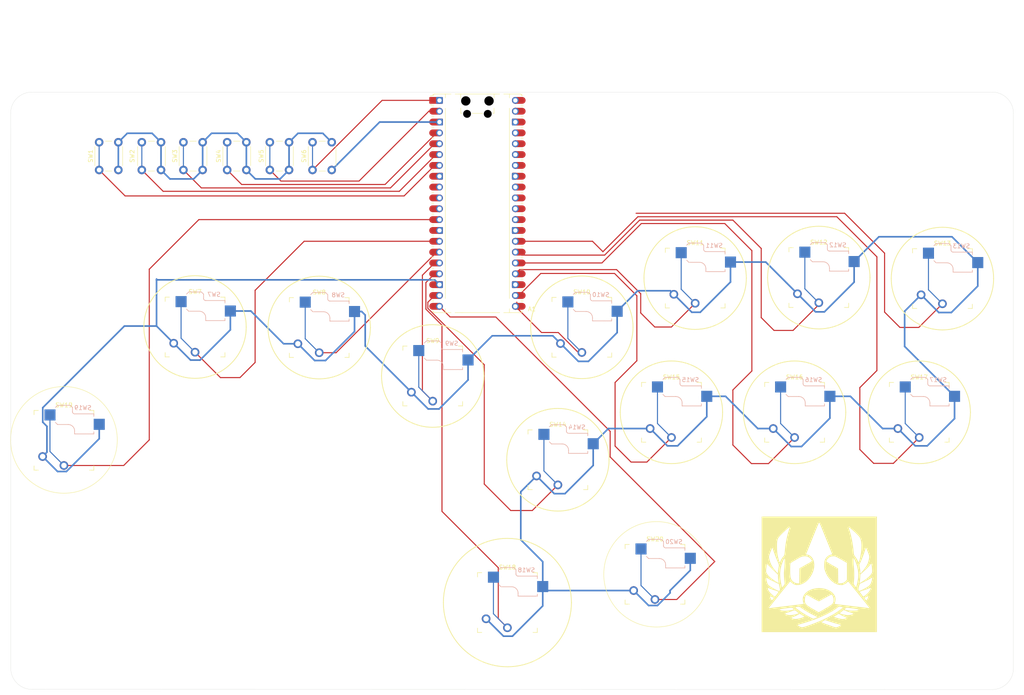
<source format=kicad_pcb>
(kicad_pcb (version 20241229) (generator "pcbnew") (generator_version "9.0")
  (layers (0 "F.Cu" signal) (2 "B.Cu" signal) (13 "F.Paste" user) (15 "B.Paste" user) (5 "F.SilkS" user "F.Silkscreen") (7 "B.SilkS" user "B.Silkscreen") (1 "F.Mask" user) (3 "B.Mask" user) (25 "Edge.Cuts" user))
  (net 0 "")
  (net 1 "GND")
  (net 2 "LEFT")
  (net 3 "DOWN")
  (net 4 "RIGHT")
  (net 5 "UP")
  (net 6 "L1")
  (net 7 "R1")
  (net 8 "TRIANGLE")
  (net 9 "SQUARE")
  (net 10 "CIRCLE")
  (net 11 "CROSS")
  (net 12 "R2")
  (net 13 "L2")
  (net 14 "OPT1")
  (net 15 "OPT2")
  (net 16 "OPT3")
  (net 17 "OPT4")
  (net 18 "OPT5")
  (net 19 "OPT6")
  (net 25 "L3")
  (net 27 "R3")
  (footprint "Kailh:Kailh_socket_PG1350_optional" (layer "F.Cu") (at 87.32 65.17)
    (property "Reference" "SW8")
    (property "Value" "SW_Push")
  )
  (footprint "Kailh:Kailh_socket_PG1350_optional" (layer "F.Cu") (at 113.92 76.52)
    (property "Reference" "SW9")
    (property "Value" "SW_Push")
  )
  (footprint "Kailh:Kailh_socket_PG1350_optional" (layer "F.Cu") (at 131.42 129.62)
    (property "Reference" "SW18")
    (property "Value" "SW_Push")
  )
  (footprint "Kailh:Kailh_socket_PG1350_optional" (layer "F.Cu") (at 148.86 65.11)
    (property "Reference" "SW10")
    (property "Value" "SW_Push")
  )
  (footprint "Kailh:Kailh_socket_PG1350_optional" (layer "F.Cu") (at 175.42 53.58)
    (property "Reference" "SW11")
    (property "Value" "SW_Push")
  )
  (footprint "Kailh:Kailh_socket_PG1350_optional" (layer "F.Cu") (at 204.39 53.46)
    (property "Reference" "SW12")
    (property "Value" "SW_Push")
  )
  (footprint "Kailh:Kailh_socket_PG1350_optional" (layer "F.Cu") (at 233.36 53.7)
    (property "Reference" "SW13")
    (property "Value" "SW_Push")
  )
  (footprint "Kailh:Kailh_socket_PG1350_optional" (layer "F.Cu") (at 143.25 96.15)
    (property "Reference" "SW14")
    (property "Value" "SW_Push")
  )
  (footprint "Kailh:Kailh_socket_PG1350_optional" (layer "F.Cu") (at 169.86 85.04)
    (property "Reference" "SW15")
    (property "Value" "SW_Push")
  )
  (footprint "Kailh:Kailh_socket_PG1350_optional" (layer "F.Cu") (at 198.71 85.04)
    (property "Reference" "SW16")
    (property "Value" "SW_Push")
  )
  (footprint "Kailh:Kailh_socket_PG1350_optional" (layer "F.Cu") (at 227.92 85.04)
    (property "Reference" "SW17")
    (property "Value" "SW_Push")
  )
  (footprint "MountingHole:MountingHole_6.4mm_M6" (layer "F.Cu") (at 22 17)
    (property "Reference" "REF**" (hide yes))
    (property "Value" "MountingHole_6.4mm_M6")
  )
  (footprint "MountingHole:MountingHole_6.4mm_M6" (layer "F.Cu") (at 23 142.5)
    (property "Reference" "REF**" (hide yes))
    (property "Value" "MountingHole_6.4mm_M6")
  )
  (footprint "MountingHole:MountingHole_6.4mm_M6" (layer "F.Cu") (at 243 143)
    (property "Reference" "REF**" (hide yes))
    (property "Value" "MountingHole_6.4mm_M6")
  )
  (footprint "MountingHole:MountingHole_6.4mm_M6" (layer "F.Cu") (at 243 17.5)
    (property "Reference" "REF**" (hide yes))
    (property "Value" "MountingHole_6.4mm_M6")
  )
  (footprint "Kailh:Kailh_socket_PG1350_optional" (layer "F.Cu") (at 58.225 65.05)
    (property "Reference" "SW7")
    (property "Value" "SW_Push")
  )
  (footprint "MountingHole:MountingHole_6.4mm_M6" (layer "F.Cu") (at 160 17.5)
    (property "Reference" "REF**" (hide yes))
    (property "Value" "MountingHole_6.4mm_M6")
  )
  (footprint "Button_Switch_THT:SW_PUSH_6mm_H5mm" (layer "F.Cu") (at 65.75 28.25 90)
    (property "Reference" "SW4")
    (property "Value" "SW_Push")
  )
  (footprint "Button_Switch_THT:SW_PUSH_6mm_H5mm" (layer "F.Cu") (at 45.75 28.25 90)
    (property "Reference" "SW2")
    (property "Value" "SW_Push")
  )
  (footprint "Button_Switch_THT:SW_PUSH_6mm_H5mm" (layer "F.Cu") (at 75.75 28.25 90)
    (property "Reference" "SW5")
    (property "Value" "SW_Push")
  )
  (footprint "Button_Switch_THT:SW_PUSH_6mm_H5mm" (layer "F.Cu") (at 35.75 28.25 90)
    (property "Reference" "SW1")
    (property "Value" "SW_Push")
  )
  (footprint "Button_Switch_THT:SW_PUSH_6mm_H5mm" (layer "F.Cu") (at 55.5 28.25 90)
    (property "Reference" "SW3")
    (property "Value" "SW_Push")
  )
  (footprint "Button_Switch_THT:SW_PUSH_6mm_H5mm" (layer "F.Cu") (at 85.75 28.25 90)
    (property "Reference" "SW6")
    (property "Value" "SW_Push")
  )
  (footprint "MountingHole:MountingHole_6.4mm_M6" (layer "F.Cu") (at 133.5 78)
    (property "Reference" "REF**" (hide yes))
    (property "Value" "MountingHole_6.4mm_M6")
  )
  (footprint "MountingHole:MountingHole_6.4mm_M6" (layer "F.Cu") (at 150 143)
    (property "Reference" "REF**" (hide yes))
    (property "Value" "MountingHole_6.4mm_M6")
  )
  (footprint "Kailh:Kailh_socket_PG1350_optional" (layer "F.Cu") (at 166 123)
    (property "Reference" "SW20")
    (property "Value" "SW_Push")
  )
  (footprint "Module:RaspberryPi_Pico_Common_Unspecified" (layer "F.Cu") (at 124.39 36.07)
    (property "Reference" "A1")
    (property "Value" "RaspberryPi_Pico")
  )
  (footprint "Flatbox-rev1_1-2025-03-25_184907:Zaibatsu" (layer "F.Cu") (at 204.5 123)
    (property "Reference" "G***" (hide yes))
    (property "Value" "LOGO" (hide yes))
  )
  (footprint "Kailh:Kailh_socket_PG1350_optional" (layer "F.Cu") (at 27.5 91.6)
    (property "Reference" "SW19")
    (property "Value" "SW_Push")
  )
  (gr_curve (pts (xy 210.706299 85.037421) (xy 210.706299 89.334334) (xy 208.420115 93.304846) (xy 204.70893 95.453303)) (stroke (width 0.2)) (layer "F.SilkS"))
  (gr_curve (pts (xy 233.918028 74.621539) (xy 237.629213 76.769996) (xy 239.915397 80.740507) (xy 239.915397 85.037421)) (stroke (width 0.2)) (layer "F.SilkS"))
  (gr_curve (pts (xy 181.852021 85.037421) (xy 181.852021 89.334334) (xy 179.565837 93.304846) (xy 175.854652 95.453303)) (stroke (width 0.2)) (layer "F.SilkS"))
  (gr_curve (pts (xy 125.917273 76.523042) (xy 125.917273 80.819955) (xy 123.631089 84.790467) (xy 119.919904 86.938924)) (stroke (width 0.2)) (layer "F.SilkS"))
  (gr_curve (pts (xy 186.716823 85.037421) (xy 186.716823 80.740507) (xy 189.003008 76.769996) (xy 192.714192 74.621539)) (stroke (width 0.2)) (layer "F.SilkS"))
  (gr_curve (pts (xy 137.252477 85.737546) (xy 140.963662 83.589088) (xy 145.53603 83.589088) (xy 149.247215 85.737546)) (stroke (width 0.2)) (layer "F.SilkS"))
  (gr_curve (pts (xy 245.355098 53.699766) (xy 245.355097 60.342218) (xy 239.98487 65.72699) (xy 233.36036 65.72699)) (stroke (width 0.2)) (layer "F.SilkS"))
  (gr_line (start 210.706299 85.037421) (end 210.706299 85.037421) (stroke (width 0.2)) (layer "F.SilkS"))
  (gr_curve (pts (xy 187.41003 53.581518) (xy 187.41003 57.878432) (xy 185.123846 61.848943) (xy 181.412661 63.9974)) (stroke (width 0.2)) (layer "F.SilkS"))
  (gr_curve (pts (xy 131.255108 96.153426) (xy 131.255108 91.856513) (xy 133.541293 87.886001) (xy 137.252477 85.737546)) (stroke (width 0.2)) (layer "F.SilkS"))
  (gr_line (start 146.420969 129.619665) (end 146.420969 129.619665) (stroke (width 0.2)) (layer "F.SilkS"))
  (gr_curve (pts (xy 163.859914 74.621539) (xy 167.571099 72.473082) (xy 172.143467 72.473082) (xy 175.854652 74.621539)) (stroke (width 0.2)) (layer "F.SilkS"))
  (gr_curve (pts (xy 93.312452 54.754648) (xy 97.023636 56.903105) (xy 99.309821 60.873617) (xy 99.309821 65.17053)) (stroke (width 0.2)) (layer "F.SilkS"))
  (gr_curve (pts (xy 175.854652 95.453303) (xy 172.143467 97.601759) (xy 167.571099 97.601759) (xy 163.859914 95.453303)) (stroke (width 0.2)) (layer "F.SilkS"))
  (gr_line (start 70.219015 65.05228) (end 70.219015 65.05228) (stroke (width 0.2)) (layer "F.SilkS"))
  (gr_curve (pts (xy 123.913745 142.649412) (xy 119.271238 139.9618) (xy 116.411337 134.994889) (xy 116.411337 129.619665)) (stroke (width 0.2)) (layer "F.SilkS"))
  (gr_curve (pts (xy 119.919904 66.10716) (xy 123.631089 68.255617) (xy 125.917273 72.226128) (xy 125.917273 76.523042)) (stroke (width 0.2)) (layer "F.SilkS"))
  (gr_curve (pts (xy 160.857791 65.114986) (xy 160.857791 69.4119) (xy 158.571607 73.382411) (xy 154.860422 75.530868)) (stroke (width 0.2)) (layer "F.SilkS"))
  (gr_curve (pts (xy 181.412661 43.165636) (xy 185.123846 45.314093) (xy 187.41003 49.284605) (xy 187.41003 53.581518)) (stroke (width 0.2)) (layer "F.SilkS"))
  (gr_curve (pts (xy 221.92329 74.621539) (xy 225.634475 72.473082) (xy 230.206843 72.473082) (xy 233.918028 74.621539)) (stroke (width 0.2)) (layer "F.SilkS"))
  (gr_curve (pts (xy 175.854652 74.621539) (xy 179.565837 76.769996) (xy 181.852021 80.740507) (xy 181.852021 85.037421)) (stroke (width 0.2)) (layer "F.SilkS"))
  (gr_curve (pts (xy 204.70893 95.453303) (xy 200.997745 97.601759) (xy 196.425377 97.601759) (xy 192.714192 95.453303)) (stroke (width 0.2)) (layer "F.SilkS"))
  (gr_curve (pts (xy 138.918561 116.589918) (xy 143.561067 119.277529) (xy 146.420969 124.244441) (xy 146.420969 129.619665)) (stroke (width 0.2)) (layer "F.SilkS"))
  (gr_curve (pts (xy 198.39046 43.047376) (xy 202.101645 40.898919) (xy 206.674013 40.898919) (xy 210.385198 43.047376)) (stroke (width 0.2)) (layer "F.SilkS"))
  (gr_curve (pts (xy 119.919904 86.938924) (xy 116.208719 89.08738) (xy 111.636351 89.08738) (xy 107.925166 86.938924)) (stroke (width 0.2)) (layer "F.SilkS"))
  (gr_curve (pts (xy 192.393091 53.463258) (xy 192.393091 49.166344) (xy 194.679275 45.195832) (xy 198.39046 43.047376)) (stroke (width 0.2)) (layer "F.SilkS"))
  (gr_curve (pts (xy 116.411337 129.619665) (xy 116.411337 124.244441) (xy 119.271238 119.277529) (xy 123.913745 116.589918)) (stroke (width 0.2)) (layer "F.SilkS"))
  (gr_curve (pts (xy 216.382567 53.463258) (xy 216.382567 57.760171) (xy 214.096383 61.730683) (xy 210.385198 63.879139)) (stroke (width 0.2)) (layer "F.SilkS"))
  (gr_curve (pts (xy 215.925921 85.037421) (xy 215.925921 80.740507) (xy 218.212105 76.769996) (xy 221.92329 74.621539)) (stroke (width 0.2)) (layer "F.SilkS"))
  (gr_curve (pts (xy 192.714192 74.621539) (xy 196.425377 72.473082) (xy 200.997745 72.473082) (xy 204.70893 74.621539)) (stroke (width 0.2)) (layer "F.SilkS"))
  (gr_curve (pts (xy 154.860422 54.699104) (xy 158.571607 56.847561) (xy 160.857791 60.818073) (xy 160.857791 65.114986)) (stroke (width 0.2)) (layer "F.SilkS"))
  (gr_curve (pts (xy 239.915397 85.037421) (xy 239.915397 89.334334) (xy 237.629213 93.304846) (xy 233.918028 95.453303)) (stroke (width 0.2)) (layer "F.SilkS"))
  (gr_line (start 216.382567 53.463258) (end 216.382567 53.463258) (stroke (width 0.2)) (layer "F.SilkS"))
  (gr_curve (pts (xy 52.226909 75.468162) (xy 48.515724 73.319705) (xy 46.22954 69.349193) (xy 46.22954 65.05228)) (stroke (width 0.2)) (layer "F.SilkS"))
  (gr_curve (pts (xy 210.385198 63.879139) (xy 206.674013 66.027596) (xy 202.101645 66.027596) (xy 198.39046 63.879139)) (stroke (width 0.2)) (layer "F.SilkS"))
  (gr_curve (pts (xy 157.862545 85.037421) (xy 157.862545 80.740507) (xy 160.148729 76.769996) (xy 163.859914 74.621539)) (stroke (width 0.2)) (layer "F.SilkS"))
  (gr_curve (pts (xy 239.357729 43.283884) (xy 243.068914 45.432341) (xy 245.355098 49.402853) (xy 245.355098 53.699766)) (stroke (width 0.2)) (layer "F.SilkS"))
  (gr_curve (pts (xy 154.860422 75.530868) (xy 151.149237 77.679325) (xy 146.576869 77.679325) (xy 142.865684 75.530868)) (stroke (width 0.2)) (layer "F.SilkS"))
  (gr_curve (pts (xy 93.312452 75.586412) (xy 89.601267 77.734869) (xy 85.028899 77.734869) (xy 81.317714 75.586412)) (stroke (width 0.2)) (layer "F.SilkS"))
  (gr_curve (pts (xy 233.918028 95.453303) (xy 230.206843 97.601759) (xy 225.634475 97.601759) (xy 221.92329 95.453303)) (stroke (width 0.2)) (layer "F.SilkS"))
  (gr_curve (pts (xy 227.362991 43.283884) (xy 231.074176 41.135427) (xy 235.646544 41.135427) (xy 239.357729 43.283884)) (stroke (width 0.2)) (layer "F.SilkS"))
  (gr_line (start 181.852021 85.037421) (end 181.852021 85.037421) (stroke (width 0.2)) (layer "F.SilkS"))
  (gr_line (start 239.915397 85.037421) (end 239.915397 85.037421) (stroke (width 0.2)) (layer "F.SilkS"))
  (gr_curve (pts (xy 210.385198 43.047376) (xy 214.096383 45.195832) (xy 216.382567 49.166344) (xy 216.382567 53.463258)) (stroke (width 0.2)) (layer "F.SilkS"))
  (gr_curve (pts (xy 138.918561 142.649412) (xy 134.276055 145.337024) (xy 128.556251 145.337024) (xy 123.913745 142.649412)) (stroke (width 0.2)) (layer "F.SilkS"))
  (gr_curve (pts (xy 52.226909 54.636398) (xy 55.938093 52.487941) (xy 60.510462 52.487941) (xy 64.221646 54.636398)) (stroke (width 0.2)) (layer "F.SilkS"))
  (gr_curve (pts (xy 81.317714 54.754648) (xy 85.028899 52.606192) (xy 89.601267 52.606192) (xy 93.312452 54.754648)) (stroke (width 0.2)) (layer "F.SilkS"))
  (gr_line (start 99.309821 65.17053) (end 99.309821 65.17053) (stroke (width 0.2)) (layer "F.SilkS"))
  (gr_curve (pts (xy 204.70893 74.621539) (xy 208.420115 76.769996) (xy 210.706299 80.740507) (xy 210.706299 85.037421)) (stroke (width 0.2)) (layer "F.SilkS"))
  (gr_curve (pts (xy 155.244584 96.153426) (xy 155.244584 100.45034) (xy 152.9584 104.420852) (xy 149.247215 106.569308)) (stroke (width 0.2)) (layer "F.SilkS"))
  (gr_curve (pts (xy 169.417923 43.165636) (xy 173.129108 41.01718) (xy 177.701476 41.01718) (xy 181.412661 43.165636)) (stroke (width 0.2)) (layer "F.SilkS"))
  (gr_line (start 245.355098 53.699766) (end 245.355098 53.699766) (stroke (width 0.2)) (layer "F.SilkS"))
  (gr_line (start 160.857791 65.114986) (end 160.857791 65.114986) (stroke (width 0.2)) (layer "F.SilkS"))
  (gr_curve (pts (xy 233.36036 65.72699) (xy 226.73585 65.72699) (xy 221.365623 60.342218) (xy 221.365622 53.699766)) (stroke (width 0.2)) (layer "F.SilkS"))
  (gr_curve (pts (xy 101.927798 76.523042) (xy 101.927798 72.226128) (xy 104.213982 68.255617) (xy 107.925166 66.10716)) (stroke (width 0.2)) (layer "F.SilkS"))
  (gr_line (start 187.41003 53.581518) (end 187.41003 53.581518) (stroke (width 0.2)) (layer "F.SilkS"))
  (gr_curve (pts (xy 163.420555 53.581518) (xy 163.420555 49.284605) (xy 165.706739 45.314093) (xy 169.417923 43.165636)) (stroke (width 0.2)) (layer "F.SilkS"))
  (gr_line (start 155.244584 96.153426) (end 155.244584 96.153426) (stroke (width 0.2)) (layer "F.SilkS"))
  (gr_curve (pts (xy 169.417923 63.9974) (xy 165.706739 61.848943) (xy 163.420555 57.878432) (xy 163.420555 53.581518)) (stroke (width 0.2)) (layer "F.SilkS"))
  (gr_curve (pts (xy 221.92329 95.453303) (xy 218.212105 93.304846) (xy 215.925921 89.334334) (xy 215.925921 85.037421)) (stroke (width 0.2)) (layer "F.SilkS"))
  (gr_line (start 125.917273 76.523042) (end 125.917273 76.523042) (stroke (width 0.2)) (layer "F.SilkS"))
  (gr_curve (pts (xy 142.865684 54.699104) (xy 146.576869 52.550648) (xy 151.149237 52.550648) (xy 154.860422 54.699104)) (stroke (width 0.2)) (layer "F.SilkS"))
  (gr_circle (center 166.349089 123) (end 170.849089 134.5) (stroke (width 0.12)) (fill no) (layer "F.SilkS"))
  (gr_curve (pts (xy 137.252477 106.569308) (xy 133.541293 104.420852) (xy 131.255108 100.45034) (xy 131.255108 96.153426)) (stroke (width 0.2)) (layer "F.SilkS"))
  (gr_curve (pts (xy 149.247215 85.737546) (xy 152.9584 87.886001) (xy 155.244584 91.856513) (xy 155.244584 96.153426)) (stroke (width 0.2)) (layer "F.SilkS"))
  (gr_curve (pts (xy 149.247215 106.569308) (xy 145.53603 108.717765) (xy 140.963662 108.717765) (xy 137.252477 106.569308)) (stroke (width 0.2)) (layer "F.SilkS"))
  (gr_curve (pts (xy 107.925166 66.10716) (xy 111.636351 63.958703) (xy 116.208719 63.958703) (xy 119.919904 66.10716)) (stroke (width 0.2)) (layer "F.SilkS"))
  (gr_curve (pts (xy 81.317714 75.586412) (xy 77.606529 73.437955) (xy 75.320345 69.467444) (xy 75.320345 65.17053)) (stroke (width 0.2)) (layer "F.SilkS"))
  (gr_curve (pts (xy 99.309821 65.17053) (xy 99.309821 69.467444) (xy 97.023636 73.437955) (xy 93.312452 75.586412)) (stroke (width 0.2)) (layer "F.SilkS"))
  (gr_circle (center 27.5 91.5) (end 35 101.5) (stroke (width 0.12)) (fill no) (layer "F.SilkS"))
  (gr_curve (pts (xy 181.412661 63.9974) (xy 177.701476 66.145857) (xy 173.129108 66.145857) (xy 169.417923 63.9974)) (stroke (width 0.2)) (layer "F.SilkS"))
  (gr_curve (pts (xy 123.913745 116.589918) (xy 128.556251 113.902306) (xy 134.276055 113.902306) (xy 138.918561 116.589918)) (stroke (width 0.2)) (layer "F.SilkS"))
  (gr_curve (pts (xy 142.865684 75.530868) (xy 139.154499 73.382411) (xy 136.868315 69.4119) (xy 136.868315 65.114986)) (stroke (width 0.2)) (layer "F.SilkS"))
  (gr_curve (pts (xy 198.39046 63.879139) (xy 194.679275 61.730683) (xy 192.393091 57.760171) (xy 192.393091 53.463258)) (stroke (width 0.2)) (layer "F.SilkS"))
  (gr_curve (pts (xy 75.320345 65.17053) (xy 75.320345 60.873617) (xy 77.606529 56.903105) (xy 81.317714 54.754648)) (stroke (width 0.2)) (layer "F.SilkS"))
  (gr_curve (pts (xy 46.22954 65.05228) (xy 46.22954 60.755367) (xy 48.515724 56.784855) (xy 52.226909 54.636398)) (stroke (width 0.2)) (layer "F.SilkS"))
  (gr_curve (pts (xy 192.714192 95.453303) (xy 189.003008 93.304846) (xy 186.716823 89.334334) (xy 186.716823 85.037421)) (stroke (width 0.2)) (layer "F.SilkS"))
  (gr_curve (pts (xy 107.925166 86.938924) (xy 104.213982 84.790467) (xy 101.927798 80.819955) (xy 101.927798 76.523042)) (stroke (width 0.2)) (layer "F.SilkS"))
  (gr_curve (pts (xy 163.859914 95.453303) (xy 160.148729 93.304846) (xy 157.862545 89.334334) (xy 157.862545 85.037421)) (stroke (width 0.2)) (layer "F.SilkS"))
  (gr_curve (pts (xy 64.221646 54.636398) (xy 67.932831 56.784855) (xy 70.219015 60.755367) (xy 70.219015 65.05228)) (stroke (width 0.2)) (layer "F.SilkS"))
  (gr_curve (pts (xy 221.365622 53.699766) (xy 221.365622 49.402853) (xy 223.651806 45.432341) (xy 227.362991 43.283884)) (stroke (width 0.2)) (layer "F.SilkS"))
  (gr_curve (pts (xy 70.219015 65.05228) (xy 70.219015 69.349193) (xy 67.932831 73.319705) (xy 64.221646 75.468162)) (stroke (width 0.2)) (layer "F.SilkS"))
  (gr_curve (pts (xy 64.221646 75.468162) (xy 60.510462 77.616619) (xy 55.938093 77.616619) (xy 52.226909 75.468162)) (stroke (width 0.2)) (layer "F.SilkS"))
  (gr_curve (pts (xy 136.868315 65.114986) (xy 136.868315 60.818073) (xy 139.154499 56.847561) (xy 142.865684 54.699104)) (stroke (width 0.2)) (layer "F.SilkS"))
  (gr_curve (pts (xy 146.420969 129.619665) (xy 146.420969 134.994889) (xy 143.561067 139.9618) (xy 138.918561 142.649412)) (stroke (width 0.2)) (layer "F.SilkS"))
  (gr_line (start 250 15) (end 250 145) (stroke (width 0.05)) (layer "Edge.Cuts"))
  (gr_line (start 20.035534 149.964466) (end 245 150) (stroke (width 0.05)) (layer "Edge.Cuts"))
  (gr_line (start 15.035534 144.96447) (end 15 15) (stroke (width 0.05)) (layer "Edge.Cuts"))
  (gr_arc (start 15 15) (mid 16.464466 11.464466) (end 20 10) (stroke (width 0.05)) (layer "Edge.Cuts"))
  (gr_line (start 245 10) (end 20 10) (stroke (width 0.05)) (layer "Edge.Cuts"))
  (gr_arc (start 20.035534 149.964466) (mid 16.5 148.5) (end 15.035534 144.964466) (stroke (width 0.05)) (layer "Edge.Cuts"))
  (gr_arc (start 245 10) (mid 248.535534 11.464466) (end 250 15) (stroke (width 0.05)) (layer "Edge.Cuts"))
  (gr_arc (start 250 145) (mid 248.535534 148.535534) (end 245 150) (stroke (width 0.05)) (layer "Edge.Cuts"))
  (segment (start 218.475 43.9) (end 235.585 43.9) (width 0.381) (layer "B.Cu") (net 1))
  (segment (start 62.1 19.65) (end 60 21.75) (width 0.381) (layer "B.Cu") (net 1))
  (segment (start 35.775 91.215506) (end 28.083006 98.9075) (width 0.381) (layer "B.Cu") (net 1))
  (segment (start 78.97 68.97) (end 82.32 68.97) (width 0.381) (layer "B.Cu") (net 1))
  (segment (start 59.4 72.8) (end 66.5 65.7) (width 0.381) (layer "B.Cu") (net 1))
  (segment (start 196.831401 54.701401) (end 199.39 57.26) (width 0.381) (layer "B.Cu") (net 1))
  (segment (start 174.275 122.05273) (end 169.52773 126.8) (width 0.381) (layer "B.Cu") (net 1))
  (segment (start 205.7 61.5) (end 212.665 54.535) (width 0.381) (layer "B.Cu") (net 1))
  (segment (start 200.35 93.05) (end 206.985 86.415) (width 0.381) (layer "B.Cu") (net 1))
  (segment (start 115.4 84.25) (end 122.195 77.455) (width 0.381) (layer "B.Cu") (net 1))
  (segment (start 22.5 95.4) (end 23.515999 94.384001) (width 0.381) (layer "B.Cu") (net 1))
  (segment (start 235.585 43.9) (end 241.635 49.95) (width 0.381) (layer "B.Cu") (net 1))
  (segment (start 164.86 88.84) (end 168.92 92.9) (width 0.381) (layer "B.Cu") (net 1))
  (segment (start 22.5335 83.9585) (end 41.667 64.825) (width 0.381) (layer "B.Cu") (net 1))
  (segment (start 49.2 54) (end 114.38 54) (width 0.381) (layer "B.Cu") (net 1))
  (segment (start 90.25 28.25) (end 101.48 17.02) (width 0.381) (layer "B.Cu") (net 1))
  (segment (start 219.34 88.84) (end 211.79 81.29) (width 0.381) (layer "B.Cu") (net 1))
  (segment (start 183.695 49.83) (end 191.96 49.83) (width 0.381) (layer "B.Cu") (net 1))
  (segment (start 82.35 19.65) (end 88.15 19.65) (width 0.381) (layer "B.Cu") (net 1))
  (segment (start 193.71 88.84) (end 197.92 93.05) (width 0.381) (layer "B.Cu") (net 1))
  (segment (start 191.96 49.83) (end 196.831401 54.701401) (width 0.381) (layer "B.Cu") (net 1))
  (segment (start 48.15 19.65) (end 42.35 19.65) (width 0.381) (layer "B.Cu") (net 1))
  (segment (start 71.3 61.3) (end 78.97 68.97) (width 0.381) (layer "B.Cu") (net 1))
  (segment (start 157.135 66.365) (end 157.135 61.36) (width 0.381) (layer "B.Cu") (net 1))
  (segment (start 236.195 86.505) (end 236.195 81.29) (width 0.381) (layer "B.Cu") (net 1))
  (segment (start 80.25 28.25) (end 78.15 30.35) (width 0.381) (layer "B.Cu") (net 1))
  (segment (start 199.39 57.26) (end 203.63 61.5) (width 0.381) (layer "B.Cu") (net 1))
  (segment (start 222.92 88.84) (end 219.34 88.84) (width 0.381) (layer "B.Cu") (net 1))
  (segment (start 49.2 53.8) (end 49.2 54) (width 0.381) (layer "B.Cu") (net 1))
  (segment (start 68.15 19.65) (end 62.1 19.65) (width 0.381) (layer "B.Cu") (net 1))
  (segment (start 142.05 67.1) (end 143.86 68.91) (width 0.381) (layer "B.Cu") (net 1))
  (segment (start 144.9 104.1) (end 151.525 97.475) (width 0.381) (layer "B.Cu") (net 1))
  (segment (start 122.195 72.77) (end 127.865 67.1) (width 0.381) (layer "B.Cu") (net 1))
  (segment (start 78.15 30.35) (end 72.35 30.35) (width 0.381) (layer "B.Cu") (net 1))
  (segment (start 130.5 137.5) (end 132.6 137.5) (width 0.381) (layer "B.Cu") (net 1))
  (segment (start 174.275 119.25) (end 174.275 122.05273) (width 0.381) (layer "B.Cu") (net 1))
  (segment (start 157.135 61.36) (end 161.945 56.55) (width 0.381) (layer "B.Cu") (net 1))
  (segment (start 57.175 72.8) (end 59.4 72.8) (width 0.381) (layer "B.Cu") (net 1))
  (segment (start 169.52773 127.362776) (end 166.583006 130.3075) (width 0.381) (layer "B.Cu") (net 1))
  (segment (start 148.05 73.1) (end 150.4 73.1) (width 0.381) (layer "B.Cu") (net 1))
  (segment (start 166.583006 130.3075) (end 164.5075 130.3075) (width 0.381) (layer "B.Cu") (net 1))
  (segment (start 132.6 137.5) (end 139.695 130.405) (width 0.381) (layer "B.Cu") (net 1))
  (segment (start 235.45 61.65) (end 241.635 55.465) (width 0.381) (layer "B.Cu") (net 1))
  (segment (start 169.59 56.55) (end 170.42 57.38) (width 0.381) (layer "B.Cu") (net 1))
  (segment (start 224.5 61.36) (end 224.5 69.595) (width 0.381) (layer "B.Cu") (net 1))
  (segment (start 49.2 64.825) (end 53.225 68.85) (width 0.381) (layer "B.Cu") (net 1))
  (segment (start 23.515999 94.384001) (end 23.515999 88.323999) (width 0.381) (layer "B.Cu") (net 1))
  (segment (start 98.1 69.5) (end 108.92 80.32) (width 0.381) (layer "B.Cu") (net 1))
  (segment (start 53.225 68.85) (end 57.175 72.8) (width 0.381) (layer "B.Cu") (net 1))
  (segment (start 23.515999 88.323999) (end 22.5335 87.3415) (width 0.381) (layer "B.Cu") (net 1))
  (segment (start 182.54 81.29) (end 178.135 81.29) (width 0.381) (layer "B.Cu") (net 1))
  (segment (start 155.085 88.84) (end 151.525 92.4) (width 0.381) (layer "B.Cu") (net 1))
  (segment (start 95.595 66.105) (end 95.595 61.42) (width 0.381) (layer "B.Cu") (net 1))
  (segment (start 138.25 99.95) (end 134.55 103.65) (width 0.381) (layer "B.Cu") (net 1))
  (segment (start 42.35 19.65) (end 40.25 21.75) (width 0.381) (layer "B.Cu") (net 1))
  (segment (start 197.92 93.05) (end 200.35 93.05) (width 0.381) (layer "B.Cu") (net 1))
  (segment (start 134.55 103.65) (end 134.55 114.9) (width 0.381) (layer "B.Cu") (net 1))
  (segment (start 151.525 97.475) (end 151.525 92.4) (width 0.381) (layer "B.Cu") (net 1))
  (segment (start 50.25 21.75) (end 48.15 19.65) (width 0.381) (layer "B.Cu") (net 1))
  (segment (start 228.36 57.5) (end 224.5 61.36) (width 0.381) (layer "B.Cu") (net 1))
  (segment (start 101.48 17.02) (end 115.5 17.02) (width 0.381) (layer "B.Cu") (net 1))
  (segment (start 161 126.8) (end 140.625 126.8) (width 0.381) (layer "B.Cu") (net 1))
  (segment (start 178.135 86.065) (end 178.135 81.29) (width 0.381) (layer "B.Cu") (net 1))
  (segment (start 170.42 57.38) (end 174.64 61.6) (width 0.381) (layer "B.Cu") (net 1))
  (segment (start 164.5075 130.3075) (end 161 126.8) (width 0.381) (layer "B.Cu") (net 1))
  (segment (start 127.865 67.1) (end 142.05 67.1) (width 0.381) (layer "B.Cu") (net 1))
  (segment (start 134.55 114.9) (end 139.695 120.045) (width 0.381) (layer "B.Cu") (net 1))
  (segment (start 241.635 55.465) (end 241.635 49.95) (width 0.381) (layer "B.Cu") (net 1))
  (segment (start 176.6 61.6) (end 183.695 54.505) (width 0.381) (layer "B.Cu") (net 1))
  (segment (start 41.667 64.825) (end 49.2 64.825) (width 0.381) (layer "B.Cu") (net 1))
  (segment (start 150.4 73.1) (end 157.135 66.365) (width 0.381) (layer "B.Cu") (net 1))
  (segment (start 139.695 120.045) (end 139.695 125.87) (width 0.381) (layer "B.Cu") (net 1))
  (segment (start 206.985 86.415) (end 206.985 81.29) (width 0.381) (layer "B.Cu") (net 1))
  (segment (start 232.51 61.65) (end 235.45 61.65) (width 0.381) (layer "B.Cu") (net 1))
  (segment (start 26.0075 98.9075) (end 22.5 95.4) (width 0.381) (layer "B.Cu") (net 1))
  (segment (start 161.945 56.55) (end 169.59 56.55) (width 0.381) (layer "B.Cu") (net 1))
  (segment (start 72.35 30.35) (end 70.25 28.25) (width 0.381) (layer "B.Cu") (net 1))
  (segment (start 183.695 54.505) (end 183.695 49.83) (width 0.381) (layer "B.Cu") (net 1))
  (segment (start 169.52773 126.8) (end 169.52773 127.362776) (width 0.381) (layer "B.Cu") (net 1))
  (segment (start 126.42 133.42) (end 130.5 137.5) (width 0.381) (layer "B.Cu") (net 1))
  (segment (start 108.92 80.32) (end 112.85 84.25) (width 0.381) (layer "B.Cu") (net 1))
  (segment (start 57.9 30.35) (end 60 28.25) (width 0.381) (layer "B.Cu") (net 1))
  (segment (start 88.8 72.9) (end 95.595 66.105) (width 0.381) (layer "B.Cu") (net 1))
  (segment (start 203.63 61.5) (end 205.7 61.5) (width 0.381) (layer "B.Cu") (net 1))
  (segment (start 86.25 72.9) (end 88.8 72.9) (width 0.381) (layer "B.Cu") (net 1))
  (segment (start 164.86 88.84) (end 155.085 88.84) (width 0.381) (layer "B.Cu") (net 1))
  (segment (start 60 21.75) (end 60 28.25) (width 0.381) (layer "B.Cu") (net 1))
  (segment (start 212.665 49.71) (end 218.475 43.9) (width 0.381) (layer "B.Cu") (net 1))
  (segment (start 112.85 84.25) (end 115.4 84.25) (width 0.381) (layer "B.Cu") (net 1))
  (segment (start 114.38 54) (end 115.5 55.12) (width 0.381) (layer "B.Cu") (net 1))
  (segment (start 82.35 19.65) (end 80.25 21.75) (width 0.381) (layer "B.Cu") (net 1))
  (segment (start 138.25 99.95) (end 142.4 104.1) (width 0.381) (layer "B.Cu") (net 1))
  (segment (start 28.083006 98.9075) (end 26.0075 98.9075) (width 0.381) (layer "B.Cu") (net 1))
  (segment (start 174.64 61.6) (end 176.6 61.6) (width 0.381) (layer "B.Cu") (net 1))
  (segment (start 190.09 88.84) (end 182.54 81.29) (width 0.381) (layer "B.Cu") (net 1))
  (segment (start 50.25 28.25) (end 52.35 30.35) (width 0.381) (layer "B.Cu") (net 1))
  (segment (start 222.92 88.84) (end 226.98 92.9) (width 0.381) (layer "B.Cu") (net 1))
  (segment (start 142.4 104.1) (end 144.9 104.1) (width 0.381) (layer "B.Cu") (net 1))
  (segment (start 229.8 92.9) (end 236.195 86.505) (width 0.381) (layer "B.Cu") (net 1))
  (segment (start 228.36 57.5) (end 232.51 61.65) (width 0.381) (layer "B.Cu") (net 1))
  (segment (start 171.3 92.9) (end 178.135 86.065) (width 0.381) (layer "B.Cu") (net 1))
  (segment (start 97.27 61.42) (end 98.1 62.25) (width 0.381) (layer "B.Cu") (net 1))
  (segment (start 88.15 19.65) (end 90.25 21.75) (width 0.381) (layer "B.Cu") (net 1))
  (segment (start 70.25 21.75) (end 68.15 19.65) (width 0.381) (layer "B.Cu") (net 1))
  (segment (start 22.5335 87.3415) (end 22.5335 83.9585) (width 0.381) (layer "B.Cu") (net 1))
  (segment (start 193.71 88.84) (end 190.09 88.84) (width 0.381) (layer "B.Cu") (net 1))
  (segment (start 168.92 92.9) (end 171.3 92.9) (width 0.381) (layer "B.Cu") (net 1))
  (segment (start 212.665 54.535) (end 212.665 49.71) (width 0.381) (layer "B.Cu") (net 1))
  (segment (start 35.775 87.85) (end 35.775 91.215506) (width 0.381) (layer "B.Cu") (net 1))
  (segment (start 66.5 65.7) (end 66.5 61.3) (width 0.381) (layer "B.Cu") (net 1))
  (segment (start 139.695 130.405) (end 139.695 125.87) (width 0.381) (layer "B.Cu") (net 1))
  (segment (start 122.195 77.455) (end 122.195 72.77) (width 0.381) (layer "B.Cu") (net 1))
  (segment (start 82.32 68.97) (end 86.25 72.9) (width 0.381) (layer "B.Cu") (net 1))
  (segment (start 226.98 92.9) (end 229.8 92.9) (width 0.381) (layer "B.Cu") (net 1))
  (segment (start 50.25 21.75) (end 50.25 28.25) (width 0.381) (layer "B.Cu") (net 1))
  (segment (start 70.25 21.75) (end 70.25 28.25) (width 0.381) (layer "B.Cu") (net 1))
  (segment (start 95.595 61.42) (end 97.27 61.42) (width 0.381) (layer "B.Cu") (net 1))
  (segment (start 211.79 81.29) (end 206.985 81.29) (width 0.381) (layer "B.Cu") (net 1))
  (segment (start 66.5 61.3) (end 71.3 61.3) (width 0.381) (layer "B.Cu") (net 1))
  (segment (start 80.25 21.75) (end 80.25 28.25) (width 0.381) (layer "B.Cu") (net 1))
  (segment (start 140.625 126.8) (end 139.695 125.87) (width 0.381) (layer "B.Cu") (net 1))
  (segment (start 98.1 62.25) (end 98.1 69.5) (width 0.381) (layer "B.Cu") (net 1))
  (segment (start 49.2 54) (end 49.2 64.825) (width 0.381) (layer "B.Cu") (net 1))
  (segment (start 224.5 69.595) (end 236.195 81.29) (width 0.381) (layer "B.Cu") (net 1))
  (segment (start 143.86 68.91) (end 148.05 73.1) (width 0.381) (layer "B.Cu") (net 1))
  (segment (start 40.25 21.75) (end 40.25 28.25) (width 0.381) (layer "B.Cu") (net 1))
  (segment (start 52.35 30.35) (end 57.9 30.35) (width 0.381) (layer "B.Cu") (net 1))
  (segment (start 68.75 76.9) (end 72.3 73.35) (width 0.254) (layer "F.Cu") (net 2))
  (segment (start 72.3 56.45) (end 83.79 44.96) (width 0.254) (layer "F.Cu") (net 2))
  (segment (start 64.175 76.9) (end 68.75 76.9) (width 0.254) (layer "F.Cu") (net 2))
  (segment (start 83.79 44.96) (end 115.5 44.96) (width 0.254) (layer "F.Cu") (net 2))
  (segment (start 58.225 70.95) (end 64.175 76.9) (width 0.254) (layer "F.Cu") (net 2))
  (segment (start 72.3 73.35) (end 72.3 56.45) (width 0.254) (layer "F.Cu") (net 2))
  (segment (start 54.95 67.675) (end 58.225 70.95) (width 0.254) (layer "B.Cu") (net 2))
  (segment (start 54.95 59.1) (end 54.95 67.675) (width 0.254) (layer "B.Cu") (net 2))
  (segment (start 114.844766 47.5) (end 115.5 47.5) (width 0.254) (layer "F.Cu") (net 3))
  (segment (start 91.274766 71.07) (end 114.844766 47.5) (width 0.254) (layer "F.Cu") (net 3))
  (segment (start 87.32 71.07) (end 91.274766 71.07) (width 0.254) (layer "F.Cu") (net 3))
  (segment (start 84.045 67.795) (end 87.32 71.07) (width 0.254) (layer "B.Cu") (net 3))
  (segment (start 84.045 59.22) (end 84.045 67.795) (width 0.254) (layer "B.Cu") (net 3))
  (segment (start 111.5 80) (end 111.5 52.90863) (width 0.254) (layer "F.Cu") (net 4))
  (segment (start 111.5 52.90863) (end 114.36863 50.04) (width 0.254) (layer "F.Cu") (net 4))
  (segment (start 114.36863 50.04) (end 115.5 50.04) (width 0.254) (layer "F.Cu") (net 4))
  (segment (start 113.92 82.42) (end 111.5 80) (width 0.254) (layer "F.Cu") (net 4))
  (segment (start 110.645 70.57) (end 110.645 79.145) (width 0.254) (layer "B.Cu") (net 4))
  (segment (start 110.645 79.145) (end 113.92 82.42) (width 0.254) (layer "B.Cu") (net 4))
  (segment (start 129.28304 133.38304) (end 129.28304 121.450427) (width 0.254) (layer "F.Cu") (net 5))
  (segment (start 114.36863 52.58) (end 115.5 52.58) (width 0.254) (layer "F.Cu") (net 5))
  (segment (start 116.087181 108.254568) (end 116.087181 64.625883) (width 0.254) (layer "F.Cu") (net 5))
  (segment (start 131.42 135.52) (end 129.28304 133.38304) (width 0.254) (layer "F.Cu") (net 5))
  (segment (start 112.317 54.63163) (end 114.36863 52.58) (width 0.254) (layer "F.Cu") (net 5))
  (segment (start 116.087181 64.625883) (end 112.317 60.855701) (width 0.254) (layer "F.Cu") (net 5))
  (segment (start 129.28304 121.450427) (end 116.087181 108.254568) (width 0.254) (layer "F.Cu") (net 5))
  (segment (start 112.317 60.855701) (end 112.317 54.63163) (width 0.254) (layer "F.Cu") (net 5))
  (segment (start 128.145 132.245) (end 131.42 135.52) (width 0.254) (layer "B.Cu") (net 5))
  (segment (start 128.145 123.67) (end 128.145 132.245) (width 0.254) (layer "B.Cu") (net 5))
  (segment (start 210.45 38.4) (end 219.8 47.75) (width 0.254) (layer "F.Cu") (net 6))
  (segment (start 227.81 65.15) (end 233.36 59.6) (width 0.254) (layer "F.Cu") (net 6))
  (segment (start 219.8 61.55) (end 223.4 65.15) (width 0.254) (layer "F.Cu") (net 6))
  (segment (start 219.8 47.75) (end 219.8 61.55) (width 0.254) (layer "F.Cu") (net 6))
  (segment (start 223.4 65.15) (end 227.81 65.15) (width 0.254) (layer "F.Cu") (net 6))
  (segment (start 161.575 38.4) (end 210.45 38.4) (width 0.254) (layer "F.Cu") (net 6))
  (segment (start 230.085 56.325) (end 233.36 59.6) (width 0.254) (layer "B.Cu") (net 6))
  (segment (start 230.085 47.75) (end 230.085 56.325) (width 0.254) (layer "B.Cu") (net 6))
  (segment (start 134.08 47.5) (end 134.78 48.2) (width 0.254) (layer "F.Cu") (net 7))
  (segment (start 190.9 46.65) (end 190.9 62.85) (width 0.254) (layer "F.Cu") (net 7))
  (segment (start 204.39 59.81) (end 204.39 59.36) (width 0.254) (layer "F.Cu") (net 7))
  (segment (start 154.2 48.2) (end 162.4 40) (width 0.254) (layer "F.Cu") (net 7))
  (segment (start 198.35 65.85) (end 204.39 59.81) (width 0.254) (layer "F.Cu") (net 7))
  (segment (start 184.25 40) (end 190.9 46.65) (width 0.254) (layer "F.Cu") (net 7))
  (segment (start 193.9 65.85) (end 198.35 65.85) (width 0.254) (layer "F.Cu") (net 7))
  (segment (start 162.4 40) (end 184.25 40) (width 0.254) (layer "F.Cu") (net 7))
  (segment (start 134.78 48.2) (end 154.2 48.2) (width 0.254) (layer "F.Cu") (net 7))
  (segment (start 190.9 62.85) (end 193.9 65.85) (width 0.254) (layer "F.Cu") (net 7))
  (segment (start 201.115 56.085) (end 204.39 59.36) (width 0.254) (layer "B.Cu") (net 7))
  (segment (start 201.115 47.51) (end 201.115 56.085) (width 0.254) (layer "B.Cu") (net 7))
  (segment (start 134.26 51.6) (end 133.28 52.58) (width 0.254) (layer "F.Cu") (net 8))
  (segment (start 169.85 65.05) (end 175.42 59.48) (width 0.254) (layer "F.Cu") (net 8))
  (segment (start 162.65 57.25) (end 162.65 61.75) (width 0.254) (layer "F.Cu") (net 8))
  (segment (start 157 51.6) (end 162.65 57.25) (width 0.254) (layer "F.Cu") (net 8))
  (segment (start 157 51.6) (end 134.26 51.6) (width 0.254) (layer "F.Cu") (net 8))
  (segment (start 165.95 65.05) (end 169.85 65.05) (width 0.254) (layer "F.Cu") (net 8))
  (segment (start 162.65 61.75) (end 165.95 65.05) (width 0.254) (layer "F.Cu") (net 8))
  (segment (start 172.145 47.63) (end 172.145 56.205) (width 0.254) (layer "B.Cu") (net 8))
  (segment (start 172.145 56.205) (end 175.42 59.48) (width 0.254) (layer "B.Cu") (net 8))
  (segment (start 143.3389 66.3389) (end 139.4189 66.3389) (width 0.254) (layer "F.Cu") (net 9))
  (segment (start 148.01 71.01) (end 143.3389 66.3389) (width 0.254) (layer "F.Cu") (net 9))
  (segment (start 133.62 59.22) (end 133.62 59.93) (width 0.254) (layer "F.Cu") (net 9))
  (segment (start 139.4189 66.3389) (end 133.28 60.2) (width 0.254) (layer "F.Cu") (net 9))
  (segment (start 148.86 71.01) (end 148.01 71.01) (width 0.254) (layer "F.Cu") (net 9))
  (segment (start 145.585 59.16) (end 145.585 67.735) (width 0.254) (layer "B.Cu") (net 9))
  (segment (start 145.585 67.735) (end 148.86 71.01) (width 0.254) (layer "B.Cu") (net 9))
  (segment (start 156.65 78.05) (end 156.65 92.95) (width 0.254) (layer "F.Cu") (net 10))
  (segment (start 160.4 96.7) (end 164.1 96.7) (width 0.254) (layer "F.Cu") (net 10))
  (segment (start 134.08 57.66) (end 139.24 52.5) (width 0.254) (layer "F.Cu") (net 10))
  (segment (start 156.65 92.95) (end 160.4 96.7) (width 0.254) (layer "F.Cu") (net 10))
  (segment (start 161.75 57.725) (end 161.75 72.95) (width 0.254) (layer "F.Cu") (net 10))
  (segment (start 164.1 96.7) (end 169.86 90.94) (width 0.254) (layer "F.Cu") (net 10))
  (segment (start 161.75 72.95) (end 156.65 78.05) (width 0.254) (layer "F.Cu") (net 10))
  (segment (start 139.24 52.5) (end 156.525 52.5) (width 0.254) (layer "F.Cu") (net 10))
  (segment (start 156.525 52.5) (end 161.75 57.725) (width 0.254) (layer "F.Cu") (net 10))
  (segment (start 166.585 79.09) (end 166.585 87.665) (width 0.254) (layer "B.Cu") (net 10))
  (segment (start 166.585 87.665) (end 169.86 90.94) (width 0.254) (layer "B.Cu") (net 10))
  (segment (start 137.25 108.05) (end 132.2 108.05) (width 0.254) (layer "F.Cu") (net 11))
  (segment (start 112.772 59.25663) (end 114.36863 57.66) (width 0.254) (layer "F.Cu") (net 11))
  (segment (start 112.772 60.667234) (end 112.772 59.25663) (width 0.254) (layer "F.Cu") (net 11))
  (segment (start 114.36863 57.66) (end 115.5 57.66) (width 0.254) (layer "F.Cu") (net 11))
  (segment (start 126 101.85) (end 126 73.895234) (width 0.254) (layer "F.Cu") (net 11))
  (segment (start 143.25 102.05) (end 137.25 108.05) (width 0.254) (layer "F.Cu") (net 11))
  (segment (start 126 73.895234) (end 112.772 60.667234) (width 0.254) (layer "F.Cu") (net 11))
  (segment (start 132.2 108.05) (end 126 101.85) (width 0.254) (layer "F.Cu") (net 11))
  (segment (start 139.975 90.2) (end 139.975 98.775) (width 0.254) (layer "B.Cu") (net 11))
  (segment (start 139.975 98.775) (end 143.25 102.05) (width 0.254) (layer "B.Cu") (net 11))
  (segment (start 188.6 97.05) (end 192.6 97.05) (width 0.254) (layer "F.Cu") (net 12))
  (segment (start 188.7 75.35) (end 184.25 79.8) (width 0.254) (layer "F.Cu") (net 12))
  (segment (start 162.8 40.8) (end 182.35 40.8) (width 0.254) (layer "F.Cu") (net 12))
  (segment (start 153.56 50.04) (end 162.8 40.8) (width 0.254) (layer "F.Cu") (net 12))
  (segment (start 192.6 97.05) (end 198.71 90.94) (width 0.254) (layer "F.Cu") (net 12))
  (segment (start 184.25 79.8) (end 184.25 92.7) (width 0.254) (layer "F.Cu") (net 12))
  (segment (start 133.28 50.04) (end 153.56 50.04) (width 0.254) (layer "F.Cu") (net 12))
  (segment (start 182.35 40.8) (end 188.7 47.15) (width 0.254) (layer "F.Cu") (net 12))
  (segment (start 184.25 92.7) (end 188.6 97.05) (width 0.254) (layer "F.Cu") (net 12))
  (segment (start 188.7 47.15) (end 188.7 75.35) (width 0.254) (layer "F.Cu") (net 12))
  (segment (start 195.435 87.665) (end 198.71 90.94) (width 0.254) (layer "B.Cu") (net 12))
  (segment (start 195.435 79.09) (end 195.435 87.665) (width 0.254) (layer "B.Cu") (net 12))
  (segment (start 221.86 97) (end 227.92 90.94) (width 0.254) (layer "F.Cu") (net 13))
  (segment (start 153.8 47.4) (end 151.36 44.96) (width 0.254) (layer "F.Cu") (net 13))
  (segment (start 153.8 47.4) (end 162 39.2) (width 0.254) (layer "F.Cu") (net 13))
  (segment (start 214 93.75) (end 217.25 97) (width 0.254) (layer "F.Cu") (net 13))
  (segment (start 162 39.2) (end 208.6 39.2) (width 0.254) (layer "F.Cu") (net 13))
  (segment (start 214 79.25) (end 214 93.75) (width 0.254) (layer "F.Cu") (net 13))
  (segment (start 217.25 97) (end 221.86 97) (width 0.254) (layer "F.Cu") (net 13))
  (segment (start 218 48.6) (end 218 75.25) (width 0.254) (layer "F.Cu") (net 13))
  (segment (start 151.36 44.96) (end 133.28 44.96) (width 0.254) (layer "F.Cu") (net 13))
  (segment (start 208.6 39.2) (end 218 48.6) (width 0.254) (layer "F.Cu") (net 13))
  (segment (start 218 75.25) (end 214 79.25) (width 0.254) (layer "F.Cu") (net 13))
  (segment (start 224.645 79.09) (end 224.645 87.665) (width 0.254) (layer "B.Cu") (net 13))
  (segment (start 224.645 87.665) (end 227.92 90.94) (width 0.254) (layer "B.Cu") (net 13))
  (segment (start 114.36863 27.18) (end 115.5 27.18) (width 0.254) (layer "F.Cu") (net 14))
  (segment (start 41.832766 34.332766) (end 107.215864 34.332766) (width 0.254) (layer "F.Cu") (net 14))
  (segment (start 107.215864 34.332766) (end 114.36863 27.18) (width 0.254) (layer "F.Cu") (net 14))
  (segment (start 35.75 28.25) (end 41.832766 34.332766) (width 0.254) (layer "F.Cu") (net 14))
  (segment (start 35.75 28.25) (end 35.75 21.75) (width 0.254) (layer "B.Cu") (net 14))
  (segment (start 50.75 33.25) (end 106.09 33.25) (width 0.254) (layer "F.Cu") (net 15))
  (segment (start 106.09 33.25) (end 114.7 24.64) (width 0.254) (layer "F.Cu") (net 15))
  (segment (start 50.75 33.25) (end 46.749999 29.249999) (width 0.254) (layer "F.Cu") (net 15))
  (segment (start 114.7 24.64) (end 115.5 24.64) (width 0.254) (layer "F.Cu") (net 15))
  (segment (start 46.749999 29.249999) (end 45.75 28.25) (width 0.254) (layer "F.Cu") (net 15))
  (segment (start 45.75 28.25) (end 45.75 21.75) (width 0.254) (layer "B.Cu") (net 15))
  (segment (start 55.5 28.25) (end 59.7 32.45) (width 0.254) (layer "F.Cu") (net 16))
  (segment (start 59.7 32.45) (end 104.01863 32.45) (width 0.254) (layer "F.Cu") (net 16))
  (segment (start 104.01863 32.45) (end 114.36863 22.1) (width 0.254) (layer "F.Cu") (net 16))
  (segment (start 114.36863 22.1) (end 115.5 22.1) (width 0.254) (layer "F.Cu") (net 16))
  (segment (start 55.5 28.25) (end 55.5 21.75) (width 0.254) (layer "B.Cu") (net 16))
  (segment (start 69.15 31.65) (end 102.754766 31.65) (width 0.254) (layer "F.Cu") (net 17))
  (segment (start 114.844766 19.56) (end 115.5 19.56) (width 0.254) (layer "F.Cu") (net 17))
  (segment (start 69.15 31.65) (end 65.75 28.25) (width 0.254) (layer "F.Cu") (net 17))
  (segment (start 102.754766 31.65) (end 114.844766 19.56) (width 0.254) (layer "F.Cu") (net 17))
  (segment (start 65.75 28.25) (end 65.75 21.75) (width 0.254) (layer "B.Cu") (net 17))
  (segment (start 113.02 14.48) (end 114.7 14.48) (width 0.254) (layer "F.Cu") (net 18))
  (segment (start 78.35 30.85) (end 96.65 30.85) (width 0.254) (layer "F.Cu") (net 18))
  (segment (start 96.65 30.85) (end 113.02 14.48) (width 0.254) (layer "F.Cu") (net 18))
  (segment (start 78.35 30.85) (end 75.75 28.25) (width 0.254) (layer "F.Cu") (net 18))
  (segment (start 75.75 28.25) (end 75.75 21.75) (width 0.254) (layer "B.Cu") (net 18))
  (segment (start 102.06 11.94) (end 115.5 11.94) (width 0.254) (layer "F.Cu") (net 19))
  (segment (start 85.75 28.25) (end 102.06 11.94) (width 0.254) (layer "F.Cu") (net 19))
  (segment (start 85.75 21.75) (end 85.75 28.25) (width 0.254) (layer "B.Cu") (net 19))
  (segment (start 128.698 62.698) (end 117.998 62.698) (width 0.254) (layer "F.Cu") (net 25))
  (segment (start 155.5 89.5) (end 128.698 62.698) (width 0.254) (layer "F.Cu") (net 25))
  (segment (start 155.5 95.5) (end 155.5 89.5) (width 0.254) (layer "F.Cu") (net 25))
  (segment (start 166 128.9) (end 171.1 128.9) (width 0.254) (layer "F.Cu") (net 25))
  (segment (start 171.1 128.9) (end 180 120) (width 0.254) (layer "F.Cu") (net 25))
  (segment (start 180 120) (end 155.5 95.5) (width 0.254) (layer "F.Cu") (net 25))
  (segment (start 117.998 62.698) (end 115.5 60.2) (width 0.254) (layer "F.Cu") (net 25))
  (segment (start 166 128.9) (end 162.725 125.625) (width 0.254) (layer "B.Cu") (net 25))
  (segment (start 162.725 125.625) (end 162.725 117.05) (width 0.254) (layer "B.Cu") (net 25))
  (segment (start 27.5 97.5) (end 41.5 97.5) (width 0.254) (layer "F.Cu") (net 27))
  (segment (start 47.5 51.5) (end 59.12 39.88) (width 0.254) (layer "F.Cu") (net 27))
  (segment (start 41.5 97.5) (end 47.5 91.5) (width 0.254) (layer "F.Cu") (net 27))
  (segment (start 59.12 39.88) (end 115.5 39.88) (width 0.254) (layer "F.Cu") (net 27))
  (segment (start 47.5 91.5) (end 47.5 51.5) (width 0.254) (layer "F.Cu") (net 27))
  (segment (start 24.225 94.225) (end 24.225 85.65) (width 0.254) (layer "B.Cu") (net 27))
  (segment (start 27.5 97.5) (end 24.225 94.225) (width 0.254) (layer "B.Cu") (net 27))
)
</source>
